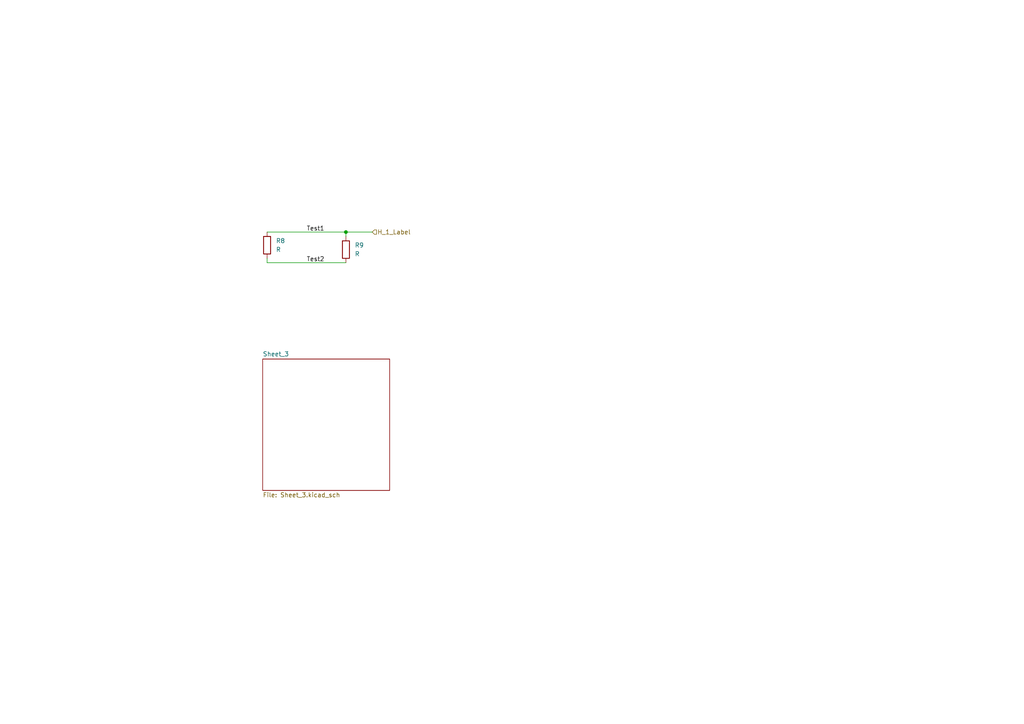
<source format=kicad_sch>
(kicad_sch (version 20250114) (generator "eeschema") (generator_version "9.0")
  (paper "A4")
  (lib_symbols
    (symbol "Device:R" (pin_numbers (hide yes)) (pin_names (offset 0))
      (property "Reference" "R" (at 2.032 0 90))
      (property "Value" "R" (at 0 0 90))
      (symbol "R_0_1"
        (rectangle (start -1.016 -2.54) (end 1.016 2.54) (stroke (width 0.254)))
      )
      (symbol "R_1_1"
        (pin passive line (at 0 3.81 270) (length 1.27) (name "~") (number "1"))
        (pin passive line (at 0 -3.81 90) (length 1.27) (name "~") (number "2"))
      )
    )
  )
  (junction (at 100.33 67.31))
  (wire (pts (xy 77.47 76.2) (xy 77.47 74.93)))
  (wire (pts (xy 100.33 67.31) (xy 100.33 68.58)))
  (wire (pts (xy 77.47 67.31) (xy 100.33 67.31)))
  (wire (pts (xy 100.33 67.31) (xy 107.95 67.31)))
  (wire (pts (xy 100.33 76.2) (xy 77.47 76.2)))
  (label "Test2" (at 88.9 76.2 0))
  (label "Test1" (at 88.9 67.31 0))
  (hierarchical_label "H_1_Label" (shape input) (at 107.95 67.31 0))
  (symbol (lib_id "Device:R") (at 100.33 72.39 0) (unit 1)
    (property "Reference" "R9" (at 102.87 71.1199 0) (effects (justify left)))
    (property "Value" "R" (at 102.87 73.6599 0) (effects (justify left)))
    (property "Footprint" "Resistor_SMD:R_0201_0603Metric" (effects (hide yes)))
    (property "Description" "Resistor" (effects (hide yes)))
  )
  (symbol (lib_id "Device:R") (at 77.47 71.12 0) (unit 1)
    (property "Reference" "R8" (at 80.01 69.8499 0) (effects (justify left)))
    (property "Value" "R" (at 80.01 72.3899 0) (effects (justify left)))
    (property "Footprint" "Resistor_SMD:R_0201_0603Metric" (effects (hide yes)))
    (property "Description" "Resistor" (effects (hide yes)))
  )
  (sheet (at 76.2 104.14) (size 36.83 38.1) (stroke (width 0.1524))
    (property "Sheetname" "Sheet_3" (at 76.2 103.4284 0) (effects (justify left bottom)))
    (property "Sheetfile" "Sheet_3.kicad_sch" (at 76.2 142.8246 0) (effects (justify left top)))
  )
)
</source>
